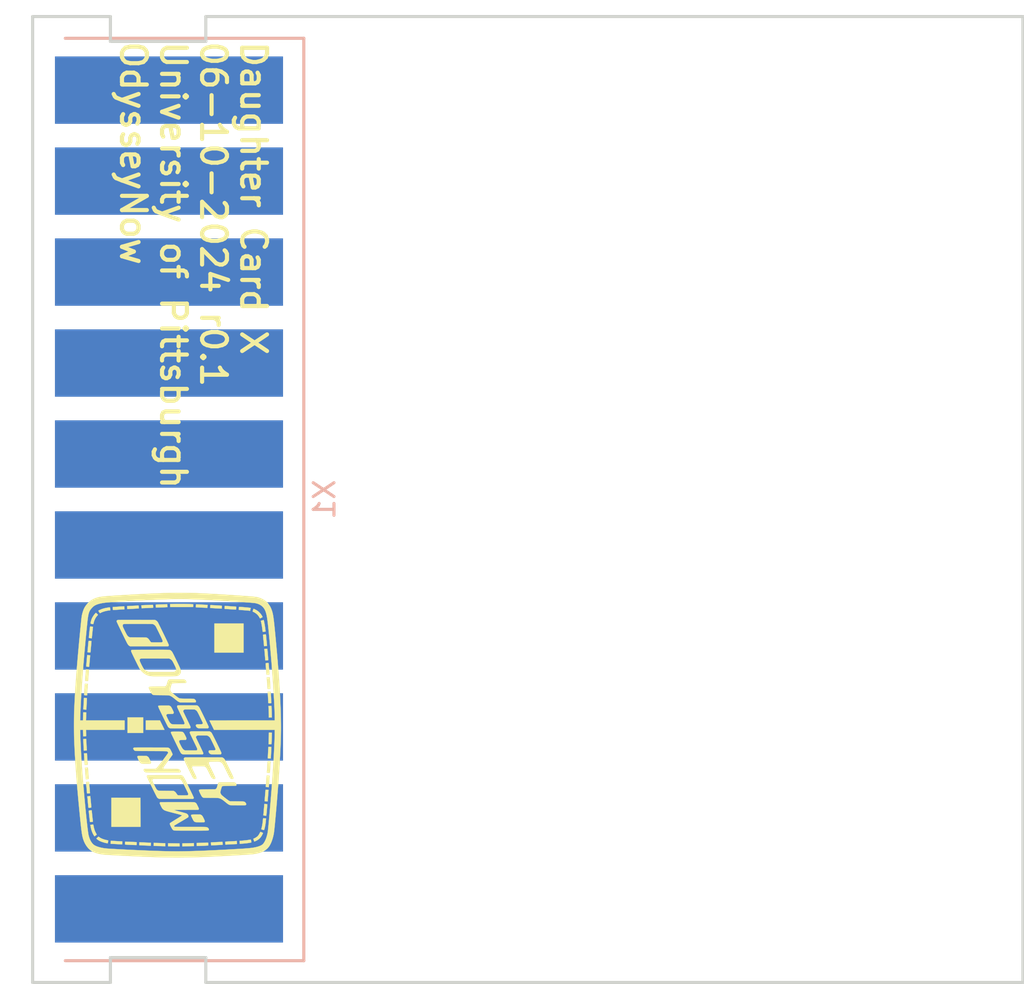
<source format=kicad_pcb>
(kicad_pcb (version 20240108) (generator "pcbnew") (generator_version "8.0")
  (title_block (title "Odyssey Daughter Card Template") (date "2018-05-29") (rev "0.1") (company "University of Pittsburgh - Odyssey Restoration Project") (comment 1 "Levi Burner"))
  (layers (0 "F.Cu" signal) (31 "B.Cu" signal) (34 "B.Paste" user) (35 "F.Paste" user) (36 "B.SilkS" user "B.Silkscreen") (37 "F.SilkS" user "F.Silkscreen") (38 "B.Mask" user) (39 "F.Mask" user) (44 "Edge.Cuts" user))
  (net 0 "")
  (net 1 "Net-(X1-Pad9)")
  (net 2 "Net-(X1-Pad7)")
  (net 3 "Net-(X1-Pad5)")
  (net 4 "Net-(X1-Pad3)")
  (net 5 "Net-(X1-Pad1)")
  (net 6 "Net-(X1-Pad2)")
  (net 7 "Net-(X1-Pad6)")
  (net 8 "Net-(X1-Pad8)")
  (net 9 "Net-(X1-Pad10)")
  (net 10 "Net-(X1-Pad4)")
  (footprint "Odyssey_Daughter_Card:Odyssey_Daughter_Card" (layer "F.Cu") (at 129 101)
    (property "Reference" "X1" (at 7.5 0 90) (layer "B.SilkS") (effects (justify mirror)))
    (property "Value" "OdysseyDaughterCard")
    (pad "1" smd rect (at 0 19.749992) (size 11 3.25) (layers "B.Cu" "B.Mask") (net 5 "Net-(X1-Pad1)"))
    (pad "2" smd rect (at 0 15.361104) (size 11 3.25) (layers "B.Cu" "B.Mask") (net 6 "Net-(X1-Pad2)"))
    (pad "3" smd rect (at 0 10.972216) (size 11 3.25) (layers "B.Cu" "B.Mask") (net 4 "Net-(X1-Pad3)"))
    (pad "4" smd rect (at 0 6.583328) (size 11 3.25) (layers "B.Cu" "B.Mask") (net 10 "Net-(X1-Pad4)"))
    (pad "5" smd rect (at 0 2.19444) (size 11 3.25) (layers "B.Cu" "B.Mask") (net 3 "Net-(X1-Pad5)"))
    (pad "6" smd rect (at 0 -2.194448) (size 11 3.25) (layers "B.Cu" "B.Mask") (net 7 "Net-(X1-Pad6)"))
    (pad "7" smd rect (at 0 -6.583336) (size 11 3.25) (layers "B.Cu" "B.Mask") (net 2 "Net-(X1-Pad7)"))
    (pad "8" smd rect (at 0 -10.972224) (size 11 3.25) (layers "B.Cu" "B.Mask") (net 8 "Net-(X1-Pad8)"))
    (pad "9" smd rect (at 0 -15.361112) (size 11 3.25) (layers "B.Cu" "B.Mask") (net 1 "Net-(X1-Pad9)"))
    (pad "10" smd rect (at 0 -19.75) (size 11 3.25) (layers "B.Cu" "B.Mask") (net 9 "Net-(X1-Pad10)"))
  )
  (footprint "Odyssey_Daughter_Card:OdysseyNowLogo" (layer "F.Cu") (at 130.175 111.633 -90)
    (property "Reference" "X2" (hide yes))
    (property "Value" "OdysseyNow_Logo" (hide yes))
  )
  (gr_line (start 126.175 78.9) (end 126.175 77.7) (stroke (width 0.15)) (layer "Edge.Cuts"))
  (gr_line (start 130.775 77.7) (end 130.775 78.9) (stroke (width 0.15)) (layer "Edge.Cuts"))
  (gr_line (start 130.775 78.9) (end 126.175 78.9) (stroke (width 0.15)) (layer "Edge.Cuts"))
  (gr_line (start 170.175 77.7) (end 170.175 124.3) (stroke (width 0.15)) (layer "Edge.Cuts"))
  (gr_line (start 126.175 77.7) (end 122.425 77.7) (stroke (width 0.15)) (layer "Edge.Cuts"))
  (gr_line (start 122.425 124.3) (end 122.425 77.7) (stroke (width 0.15)) (layer "Edge.Cuts"))
  (gr_line (start 130.775 124.3) (end 170.175 124.3) (stroke (width 0.15)) (layer "Edge.Cuts"))
  (gr_line (start 122.425 124.3) (end 126.175 124.3) (stroke (width 0.15)) (layer "Edge.Cuts"))
  (gr_line (start 126.175 123.1) (end 130.775 123.1) (stroke (width 0.15)) (layer "Edge.Cuts"))
  (gr_line (start 170.175 77.7) (end 130.775 77.7) (stroke (width 0.15)) (layer "Edge.Cuts"))
  (gr_line (start 130.775 123.1) (end 130.775 124.3) (stroke (width 0.15)) (layer "Edge.Cuts"))
  (gr_line (start 126.175 124.3) (end 126.175 123.1) (stroke (width 0.15)) (layer "Edge.Cuts"))
  (gr_text "Daughter Card X\n06-10-2024 r0.1\nUniversity of Pittsburgh\nOdysseyNow" (at 130.175 78.79 270) (layer "F.SilkS") (effects (font (size 1.2 1.2) (thickness 0.2)) (justify left)))
)
</source>
